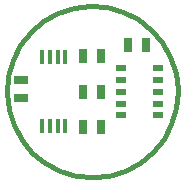
<source format=gtp>
G04 (created by PCBNEW-RS274X (2011-05-25)-stable) date Sun 20 Jan 2013 20:19:42 GMT*
G01*
G70*
G90*
%MOIN*%
G04 Gerber Fmt 3.4, Leading zero omitted, Abs format*
%FSLAX34Y34*%
G04 APERTURE LIST*
%ADD10C,0.006000*%
%ADD11C,0.015000*%
%ADD12R,0.025000X0.045000*%
%ADD13R,0.045000X0.025000*%
%ADD14R,0.035400X0.023600*%
%ADD15R,0.013700X0.047200*%
G04 APERTURE END LIST*
G54D10*
G54D11*
X42224Y-39370D02*
X42169Y-39924D01*
X42008Y-40457D01*
X41747Y-40949D01*
X41395Y-41381D01*
X40965Y-41736D01*
X40475Y-42000D01*
X39943Y-42165D01*
X39389Y-42223D01*
X38836Y-42173D01*
X38301Y-42016D01*
X37808Y-41758D01*
X37374Y-41409D01*
X37016Y-40982D01*
X36747Y-40494D01*
X36579Y-39963D01*
X36517Y-39409D01*
X36563Y-38855D01*
X36717Y-38320D01*
X36972Y-37824D01*
X37318Y-37388D01*
X37742Y-37027D01*
X38228Y-36755D01*
X38758Y-36583D01*
X39311Y-36517D01*
X39865Y-36560D01*
X40402Y-36710D01*
X40899Y-36961D01*
X41338Y-37304D01*
X41702Y-37725D01*
X41977Y-38210D01*
X42153Y-38738D01*
X42222Y-39291D01*
X42224Y-39370D01*
G54D12*
X39070Y-38189D03*
X39670Y-38189D03*
X39070Y-39370D03*
X39670Y-39370D03*
X39070Y-40551D03*
X39670Y-40551D03*
X40546Y-37795D03*
X41146Y-37795D03*
G54D13*
X37008Y-38972D03*
X37008Y-39572D03*
G54D14*
X41555Y-40157D03*
X41555Y-39763D03*
X41555Y-39370D03*
X41555Y-38977D03*
X41555Y-38583D03*
X40335Y-38583D03*
X40335Y-38977D03*
X40335Y-39370D03*
X40335Y-39763D03*
X40335Y-40157D03*
G54D15*
X37708Y-40521D03*
X37964Y-40521D03*
X38218Y-40521D03*
X38474Y-40521D03*
X38474Y-38219D03*
X38218Y-38219D03*
X37964Y-38219D03*
X37708Y-38219D03*
M02*

</source>
